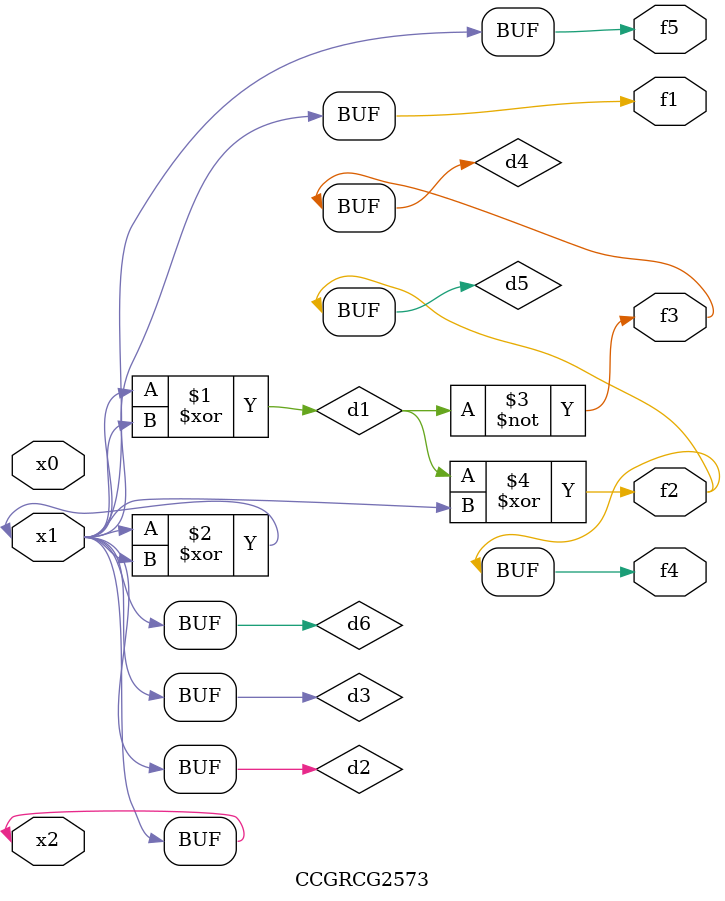
<source format=v>
module CCGRCG2573(
	input x0, x1, x2,
	output f1, f2, f3, f4, f5
);

	wire d1, d2, d3, d4, d5, d6;

	xor (d1, x1, x2);
	buf (d2, x1, x2);
	xor (d3, x1, x2);
	nor (d4, d1);
	xor (d5, d1, d2);
	buf (d6, d2, d3);
	assign f1 = d6;
	assign f2 = d5;
	assign f3 = d4;
	assign f4 = d5;
	assign f5 = d6;
endmodule

</source>
